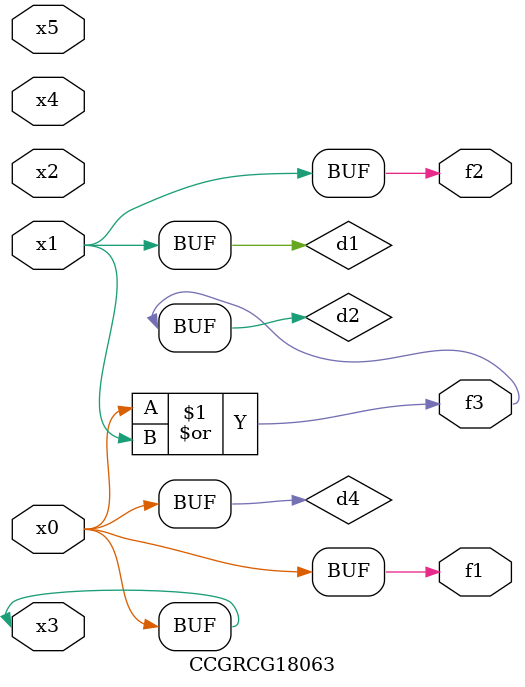
<source format=v>
module CCGRCG18063(
	input x0, x1, x2, x3, x4, x5,
	output f1, f2, f3
);

	wire d1, d2, d3, d4;

	and (d1, x1);
	or (d2, x0, x1);
	nand (d3, x0, x5);
	buf (d4, x0, x3);
	assign f1 = d4;
	assign f2 = d1;
	assign f3 = d2;
endmodule

</source>
